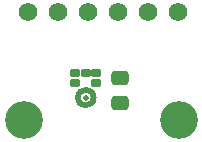
<source format=gbr>
%TF.GenerationSoftware,KiCad,Pcbnew,7.0.6*%
%TF.CreationDate,2024-09-27T12:31:39-07:00*%
%TF.ProjectId,microphone,6d696372-6f70-4686-9f6e-652e6b696361,rev?*%
%TF.SameCoordinates,Original*%
%TF.FileFunction,Soldermask,Top*%
%TF.FilePolarity,Negative*%
%FSLAX46Y46*%
G04 Gerber Fmt 4.6, Leading zero omitted, Abs format (unit mm)*
G04 Created by KiCad (PCBNEW 7.0.6) date 2024-09-27 12:31:39*
%MOMM*%
%LPD*%
G01*
G04 APERTURE LIST*
G04 Aperture macros list*
%AMRoundRect*
0 Rectangle with rounded corners*
0 $1 Rounding radius*
0 $2 $3 $4 $5 $6 $7 $8 $9 X,Y pos of 4 corners*
0 Add a 4 corners polygon primitive as box body*
4,1,4,$2,$3,$4,$5,$6,$7,$8,$9,$2,$3,0*
0 Add four circle primitives for the rounded corners*
1,1,$1+$1,$2,$3*
1,1,$1+$1,$4,$5*
1,1,$1+$1,$6,$7*
1,1,$1+$1,$8,$9*
0 Add four rect primitives between the rounded corners*
20,1,$1+$1,$2,$3,$4,$5,0*
20,1,$1+$1,$4,$5,$6,$7,0*
20,1,$1+$1,$6,$7,$8,$9,0*
20,1,$1+$1,$8,$9,$2,$3,0*%
G04 Aperture macros list end*
%ADD10C,0.500000*%
%ADD11C,0.500000*%
%ADD12RoundRect,0.102000X-0.300000X-0.261000X0.300000X-0.261000X0.300000X0.261000X-0.300000X0.261000X0*%
%ADD13C,1.574800*%
%ADD14C,3.200000*%
%ADD15RoundRect,0.250000X-0.475000X0.337500X-0.475000X-0.337500X0.475000X-0.337500X0.475000X0.337500X0*%
G04 APERTURE END LIST*
D10*
%TO.C,MK1*%
X227120500Y-141230000D02*
G75*
G03*
X227120500Y-141230000I-665000J0D01*
G01*
%TD*%
D11*
%TO.C,MK1*%
X226455500Y-141230000D03*
D12*
X225555500Y-139156000D03*
X225555500Y-139978000D03*
X227355500Y-139978000D03*
X227355500Y-139156000D03*
X226455500Y-139156000D03*
%TD*%
D13*
%TO.C,J1*%
X221520000Y-134000000D03*
X224060000Y-134000000D03*
X226600000Y-134000000D03*
X229140000Y-134000000D03*
X231680000Y-134000000D03*
X234220000Y-134000000D03*
%TD*%
D14*
%TO.C,H2*%
X234320000Y-143100000D03*
%TD*%
%TO.C,H1*%
X221200000Y-143090000D03*
%TD*%
D15*
%TO.C,C1*%
X229390000Y-139602500D03*
X229390000Y-141677500D03*
%TD*%
M02*

</source>
